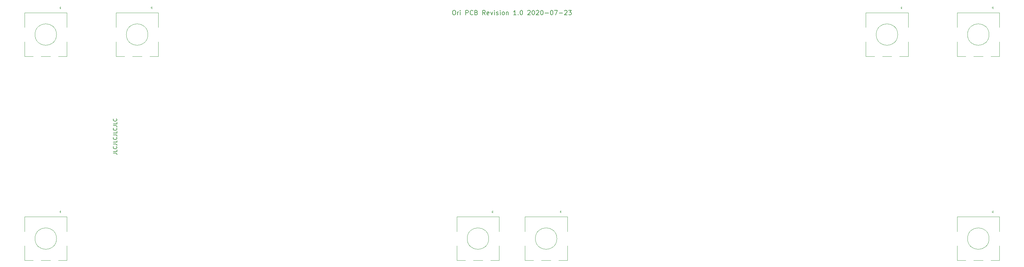
<source format=gto>
G04 #@! TF.GenerationSoftware,KiCad,Pcbnew,(5.1.4-0-10_14)*
G04 #@! TF.CreationDate,2020-08-02T22:32:40-05:00*
G04 #@! TF.ProjectId,Ori,4f72692e-6b69-4636-9164-5f7063625858,rev?*
G04 #@! TF.SameCoordinates,Original*
G04 #@! TF.FileFunction,Legend,Top*
G04 #@! TF.FilePolarity,Positive*
%FSLAX46Y46*%
G04 Gerber Fmt 4.6, Leading zero omitted, Abs format (unit mm)*
G04 Created by KiCad (PCBNEW (5.1.4-0-10_14)) date 2020-08-02 22:32:40*
%MOMM*%
%LPD*%
G04 APERTURE LIST*
%ADD10C,0.200000*%
%ADD11C,0.150000*%
%ADD12C,0.120000*%
%ADD13R,2.102000X2.102000*%
%ADD14C,2.102000*%
%ADD15R,2.102000X3.302000*%
%ADD16C,0.902000*%
%ADD17C,2.642000*%
%ADD18C,1.803800*%
%ADD19C,4.089800*%
%ADD20C,0.100000*%
%ADD21C,1.803400*%
%ADD22O,1.402000X2.002000*%
%ADD23C,0.752000*%
%ADD24O,1.402000X2.502000*%
%ADD25C,3.602000*%
G04 APERTURE END LIST*
D10*
X175270000Y-46435476D02*
X175508095Y-46435476D01*
X175627142Y-46495000D01*
X175746190Y-46614047D01*
X175805714Y-46852142D01*
X175805714Y-47268809D01*
X175746190Y-47506904D01*
X175627142Y-47625952D01*
X175508095Y-47685476D01*
X175270000Y-47685476D01*
X175150952Y-47625952D01*
X175031904Y-47506904D01*
X174972380Y-47268809D01*
X174972380Y-46852142D01*
X175031904Y-46614047D01*
X175150952Y-46495000D01*
X175270000Y-46435476D01*
X176341428Y-47685476D02*
X176341428Y-46852142D01*
X176341428Y-47090238D02*
X176400952Y-46971190D01*
X176460476Y-46911666D01*
X176579523Y-46852142D01*
X176698571Y-46852142D01*
X177115238Y-47685476D02*
X177115238Y-46852142D01*
X177115238Y-46435476D02*
X177055714Y-46495000D01*
X177115238Y-46554523D01*
X177174761Y-46495000D01*
X177115238Y-46435476D01*
X177115238Y-46554523D01*
X178662857Y-47685476D02*
X178662857Y-46435476D01*
X179139047Y-46435476D01*
X179258095Y-46495000D01*
X179317619Y-46554523D01*
X179377142Y-46673571D01*
X179377142Y-46852142D01*
X179317619Y-46971190D01*
X179258095Y-47030714D01*
X179139047Y-47090238D01*
X178662857Y-47090238D01*
X180627142Y-47566428D02*
X180567619Y-47625952D01*
X180389047Y-47685476D01*
X180270000Y-47685476D01*
X180091428Y-47625952D01*
X179972380Y-47506904D01*
X179912857Y-47387857D01*
X179853333Y-47149761D01*
X179853333Y-46971190D01*
X179912857Y-46733095D01*
X179972380Y-46614047D01*
X180091428Y-46495000D01*
X180270000Y-46435476D01*
X180389047Y-46435476D01*
X180567619Y-46495000D01*
X180627142Y-46554523D01*
X181579523Y-47030714D02*
X181758095Y-47090238D01*
X181817619Y-47149761D01*
X181877142Y-47268809D01*
X181877142Y-47447380D01*
X181817619Y-47566428D01*
X181758095Y-47625952D01*
X181639047Y-47685476D01*
X181162857Y-47685476D01*
X181162857Y-46435476D01*
X181579523Y-46435476D01*
X181698571Y-46495000D01*
X181758095Y-46554523D01*
X181817619Y-46673571D01*
X181817619Y-46792619D01*
X181758095Y-46911666D01*
X181698571Y-46971190D01*
X181579523Y-47030714D01*
X181162857Y-47030714D01*
X184079523Y-47685476D02*
X183662857Y-47090238D01*
X183365238Y-47685476D02*
X183365238Y-46435476D01*
X183841428Y-46435476D01*
X183960476Y-46495000D01*
X184020000Y-46554523D01*
X184079523Y-46673571D01*
X184079523Y-46852142D01*
X184020000Y-46971190D01*
X183960476Y-47030714D01*
X183841428Y-47090238D01*
X183365238Y-47090238D01*
X185091428Y-47625952D02*
X184972380Y-47685476D01*
X184734285Y-47685476D01*
X184615238Y-47625952D01*
X184555714Y-47506904D01*
X184555714Y-47030714D01*
X184615238Y-46911666D01*
X184734285Y-46852142D01*
X184972380Y-46852142D01*
X185091428Y-46911666D01*
X185150952Y-47030714D01*
X185150952Y-47149761D01*
X184555714Y-47268809D01*
X185567619Y-46852142D02*
X185865238Y-47685476D01*
X186162857Y-46852142D01*
X186639047Y-47685476D02*
X186639047Y-46852142D01*
X186639047Y-46435476D02*
X186579523Y-46495000D01*
X186639047Y-46554523D01*
X186698571Y-46495000D01*
X186639047Y-46435476D01*
X186639047Y-46554523D01*
X187174761Y-47625952D02*
X187293809Y-47685476D01*
X187531904Y-47685476D01*
X187650952Y-47625952D01*
X187710476Y-47506904D01*
X187710476Y-47447380D01*
X187650952Y-47328333D01*
X187531904Y-47268809D01*
X187353333Y-47268809D01*
X187234285Y-47209285D01*
X187174761Y-47090238D01*
X187174761Y-47030714D01*
X187234285Y-46911666D01*
X187353333Y-46852142D01*
X187531904Y-46852142D01*
X187650952Y-46911666D01*
X188246190Y-47685476D02*
X188246190Y-46852142D01*
X188246190Y-46435476D02*
X188186666Y-46495000D01*
X188246190Y-46554523D01*
X188305714Y-46495000D01*
X188246190Y-46435476D01*
X188246190Y-46554523D01*
X189019999Y-47685476D02*
X188900952Y-47625952D01*
X188841428Y-47566428D01*
X188781904Y-47447380D01*
X188781904Y-47090238D01*
X188841428Y-46971190D01*
X188900952Y-46911666D01*
X189019999Y-46852142D01*
X189198571Y-46852142D01*
X189317619Y-46911666D01*
X189377142Y-46971190D01*
X189436666Y-47090238D01*
X189436666Y-47447380D01*
X189377142Y-47566428D01*
X189317619Y-47625952D01*
X189198571Y-47685476D01*
X189019999Y-47685476D01*
X189972380Y-46852142D02*
X189972380Y-47685476D01*
X189972380Y-46971190D02*
X190031904Y-46911666D01*
X190150952Y-46852142D01*
X190329523Y-46852142D01*
X190448571Y-46911666D01*
X190508095Y-47030714D01*
X190508095Y-47685476D01*
X192710476Y-47685476D02*
X191996190Y-47685476D01*
X192353333Y-47685476D02*
X192353333Y-46435476D01*
X192234285Y-46614047D01*
X192115238Y-46733095D01*
X191996190Y-46792619D01*
X193246190Y-47566428D02*
X193305714Y-47625952D01*
X193246190Y-47685476D01*
X193186666Y-47625952D01*
X193246190Y-47566428D01*
X193246190Y-47685476D01*
X194079523Y-46435476D02*
X194198571Y-46435476D01*
X194317619Y-46495000D01*
X194377142Y-46554523D01*
X194436666Y-46673571D01*
X194496190Y-46911666D01*
X194496190Y-47209285D01*
X194436666Y-47447380D01*
X194377142Y-47566428D01*
X194317619Y-47625952D01*
X194198571Y-47685476D01*
X194079523Y-47685476D01*
X193960476Y-47625952D01*
X193900952Y-47566428D01*
X193841428Y-47447380D01*
X193781904Y-47209285D01*
X193781904Y-46911666D01*
X193841428Y-46673571D01*
X193900952Y-46554523D01*
X193960476Y-46495000D01*
X194079523Y-46435476D01*
X195924761Y-46554523D02*
X195984285Y-46495000D01*
X196103333Y-46435476D01*
X196400952Y-46435476D01*
X196519999Y-46495000D01*
X196579523Y-46554523D01*
X196639047Y-46673571D01*
X196639047Y-46792619D01*
X196579523Y-46971190D01*
X195865238Y-47685476D01*
X196639047Y-47685476D01*
X197412857Y-46435476D02*
X197531904Y-46435476D01*
X197650952Y-46495000D01*
X197710476Y-46554523D01*
X197769999Y-46673571D01*
X197829523Y-46911666D01*
X197829523Y-47209285D01*
X197769999Y-47447380D01*
X197710476Y-47566428D01*
X197650952Y-47625952D01*
X197531904Y-47685476D01*
X197412857Y-47685476D01*
X197293809Y-47625952D01*
X197234285Y-47566428D01*
X197174761Y-47447380D01*
X197115238Y-47209285D01*
X197115238Y-46911666D01*
X197174761Y-46673571D01*
X197234285Y-46554523D01*
X197293809Y-46495000D01*
X197412857Y-46435476D01*
X198305714Y-46554523D02*
X198365238Y-46495000D01*
X198484285Y-46435476D01*
X198781904Y-46435476D01*
X198900952Y-46495000D01*
X198960476Y-46554523D01*
X199019999Y-46673571D01*
X199019999Y-46792619D01*
X198960476Y-46971190D01*
X198246190Y-47685476D01*
X199019999Y-47685476D01*
X199793809Y-46435476D02*
X199912857Y-46435476D01*
X200031904Y-46495000D01*
X200091428Y-46554523D01*
X200150952Y-46673571D01*
X200210476Y-46911666D01*
X200210476Y-47209285D01*
X200150952Y-47447380D01*
X200091428Y-47566428D01*
X200031904Y-47625952D01*
X199912857Y-47685476D01*
X199793809Y-47685476D01*
X199674761Y-47625952D01*
X199615238Y-47566428D01*
X199555714Y-47447380D01*
X199496190Y-47209285D01*
X199496190Y-46911666D01*
X199555714Y-46673571D01*
X199615238Y-46554523D01*
X199674761Y-46495000D01*
X199793809Y-46435476D01*
X200746190Y-47209285D02*
X201698571Y-47209285D01*
X202531904Y-46435476D02*
X202650952Y-46435476D01*
X202769999Y-46495000D01*
X202829523Y-46554523D01*
X202889047Y-46673571D01*
X202948571Y-46911666D01*
X202948571Y-47209285D01*
X202889047Y-47447380D01*
X202829523Y-47566428D01*
X202769999Y-47625952D01*
X202650952Y-47685476D01*
X202531904Y-47685476D01*
X202412857Y-47625952D01*
X202353333Y-47566428D01*
X202293809Y-47447380D01*
X202234285Y-47209285D01*
X202234285Y-46911666D01*
X202293809Y-46673571D01*
X202353333Y-46554523D01*
X202412857Y-46495000D01*
X202531904Y-46435476D01*
X203365238Y-46435476D02*
X204198571Y-46435476D01*
X203662857Y-47685476D01*
X204674761Y-47209285D02*
X205627142Y-47209285D01*
X206162857Y-46554523D02*
X206222380Y-46495000D01*
X206341428Y-46435476D01*
X206639047Y-46435476D01*
X206758095Y-46495000D01*
X206817619Y-46554523D01*
X206877142Y-46673571D01*
X206877142Y-46792619D01*
X206817619Y-46971190D01*
X206103333Y-47685476D01*
X206877142Y-47685476D01*
X207293809Y-46435476D02*
X208067619Y-46435476D01*
X207650952Y-46911666D01*
X207829523Y-46911666D01*
X207948571Y-46971190D01*
X208008095Y-47030714D01*
X208067619Y-47149761D01*
X208067619Y-47447380D01*
X208008095Y-47566428D01*
X207948571Y-47625952D01*
X207829523Y-47685476D01*
X207472380Y-47685476D01*
X207353333Y-47625952D01*
X207293809Y-47566428D01*
D11*
X80392380Y-86319047D02*
X81106666Y-86319047D01*
X81249523Y-86366666D01*
X81344761Y-86461904D01*
X81392380Y-86604761D01*
X81392380Y-86700000D01*
X81392380Y-85366666D02*
X81392380Y-85842857D01*
X80392380Y-85842857D01*
X81297142Y-84461904D02*
X81344761Y-84509523D01*
X81392380Y-84652380D01*
X81392380Y-84747619D01*
X81344761Y-84890476D01*
X81249523Y-84985714D01*
X81154285Y-85033333D01*
X80963809Y-85080952D01*
X80820952Y-85080952D01*
X80630476Y-85033333D01*
X80535238Y-84985714D01*
X80440000Y-84890476D01*
X80392380Y-84747619D01*
X80392380Y-84652380D01*
X80440000Y-84509523D01*
X80487619Y-84461904D01*
X80392380Y-83747619D02*
X81106666Y-83747619D01*
X81249523Y-83795238D01*
X81344761Y-83890476D01*
X81392380Y-84033333D01*
X81392380Y-84128571D01*
X81392380Y-82795238D02*
X81392380Y-83271428D01*
X80392380Y-83271428D01*
X81297142Y-81890476D02*
X81344761Y-81938095D01*
X81392380Y-82080952D01*
X81392380Y-82176190D01*
X81344761Y-82319047D01*
X81249523Y-82414285D01*
X81154285Y-82461904D01*
X80963809Y-82509523D01*
X80820952Y-82509523D01*
X80630476Y-82461904D01*
X80535238Y-82414285D01*
X80440000Y-82319047D01*
X80392380Y-82176190D01*
X80392380Y-82080952D01*
X80440000Y-81938095D01*
X80487619Y-81890476D01*
X80392380Y-81176190D02*
X81106666Y-81176190D01*
X81249523Y-81223809D01*
X81344761Y-81319047D01*
X81392380Y-81461904D01*
X81392380Y-81557142D01*
X81392380Y-80223809D02*
X81392380Y-80700000D01*
X80392380Y-80700000D01*
X81297142Y-79319047D02*
X81344761Y-79366666D01*
X81392380Y-79509523D01*
X81392380Y-79604761D01*
X81344761Y-79747619D01*
X81249523Y-79842857D01*
X81154285Y-79890476D01*
X80963809Y-79938095D01*
X80820952Y-79938095D01*
X80630476Y-79890476D01*
X80535238Y-79842857D01*
X80440000Y-79747619D01*
X80392380Y-79604761D01*
X80392380Y-79509523D01*
X80440000Y-79366666D01*
X80487619Y-79319047D01*
X80392380Y-78604761D02*
X81106666Y-78604761D01*
X81249523Y-78652380D01*
X81344761Y-78747619D01*
X81392380Y-78890476D01*
X81392380Y-78985714D01*
X81392380Y-77652380D02*
X81392380Y-78128571D01*
X80392380Y-78128571D01*
X81297142Y-76747619D02*
X81344761Y-76795238D01*
X81392380Y-76938095D01*
X81392380Y-77033333D01*
X81344761Y-77176190D01*
X81249523Y-77271428D01*
X81154285Y-77319047D01*
X80963809Y-77366666D01*
X80820952Y-77366666D01*
X80630476Y-77319047D01*
X80535238Y-77271428D01*
X80440000Y-77176190D01*
X80392380Y-77033333D01*
X80392380Y-76938095D01*
X80440000Y-76795238D01*
X80487619Y-76747619D01*
D12*
X324505136Y-53187162D02*
G75*
G03X324505136Y-53187162I-3000000J0D01*
G01*
X327405136Y-55187162D02*
X327405136Y-59287162D01*
X315605136Y-59287162D02*
X315605136Y-55187162D01*
X315605136Y-51187162D02*
X315605136Y-47087162D01*
X327405136Y-51187162D02*
X327405136Y-47087162D01*
X327405136Y-47087162D02*
X315605136Y-47087162D01*
X325305136Y-45687162D02*
X325605136Y-45387162D01*
X325605136Y-45387162D02*
X325605136Y-45987162D01*
X325605136Y-45987162D02*
X325305136Y-45687162D01*
X327405136Y-59287162D02*
X325005136Y-59287162D01*
X322805136Y-59287162D02*
X320205136Y-59287162D01*
X318005136Y-59287162D02*
X315605136Y-59287162D01*
X204044719Y-110187012D02*
G75*
G03X204044719Y-110187012I-3000000J0D01*
G01*
X206944719Y-112187012D02*
X206944719Y-116287012D01*
X195144719Y-116287012D02*
X195144719Y-112187012D01*
X195144719Y-108187012D02*
X195144719Y-104087012D01*
X206944719Y-108187012D02*
X206944719Y-104087012D01*
X206944719Y-104087012D02*
X195144719Y-104087012D01*
X204844719Y-102687012D02*
X205144719Y-102387012D01*
X205144719Y-102387012D02*
X205144719Y-102987012D01*
X205144719Y-102987012D02*
X204844719Y-102687012D01*
X206944719Y-116287012D02*
X204544719Y-116287012D01*
X202344719Y-116287012D02*
X199744719Y-116287012D01*
X197544719Y-116287012D02*
X195144719Y-116287012D01*
X185044769Y-110187012D02*
G75*
G03X185044769Y-110187012I-3000000J0D01*
G01*
X187944769Y-112187012D02*
X187944769Y-116287012D01*
X176144769Y-116287012D02*
X176144769Y-112187012D01*
X176144769Y-108187012D02*
X176144769Y-104087012D01*
X187944769Y-108187012D02*
X187944769Y-104087012D01*
X187944769Y-104087012D02*
X176144769Y-104087012D01*
X185844769Y-102687012D02*
X186144769Y-102387012D01*
X186144769Y-102387012D02*
X186144769Y-102987012D01*
X186144769Y-102987012D02*
X185844769Y-102687012D01*
X187944769Y-116287012D02*
X185544769Y-116287012D01*
X183344769Y-116287012D02*
X180744769Y-116287012D01*
X178544769Y-116287012D02*
X176144769Y-116287012D01*
X299044469Y-53187162D02*
G75*
G03X299044469Y-53187162I-3000000J0D01*
G01*
X301944469Y-55187162D02*
X301944469Y-59287162D01*
X290144469Y-59287162D02*
X290144469Y-55187162D01*
X290144469Y-51187162D02*
X290144469Y-47087162D01*
X301944469Y-51187162D02*
X301944469Y-47087162D01*
X301944469Y-47087162D02*
X290144469Y-47087162D01*
X299844469Y-45687162D02*
X300144469Y-45387162D01*
X300144469Y-45387162D02*
X300144469Y-45987162D01*
X300144469Y-45987162D02*
X299844469Y-45687162D01*
X301944469Y-59287162D02*
X299544469Y-59287162D01*
X297344469Y-59287162D02*
X294744469Y-59287162D01*
X292544469Y-59287162D02*
X290144469Y-59287162D01*
X324505136Y-110187012D02*
G75*
G03X324505136Y-110187012I-3000000J0D01*
G01*
X327405136Y-112187012D02*
X327405136Y-116287012D01*
X315605136Y-116287012D02*
X315605136Y-112187012D01*
X315605136Y-108187012D02*
X315605136Y-104087012D01*
X327405136Y-108187012D02*
X327405136Y-104087012D01*
X327405136Y-104087012D02*
X315605136Y-104087012D01*
X325305136Y-102687012D02*
X325605136Y-102387012D01*
X325605136Y-102387012D02*
X325605136Y-102987012D01*
X325605136Y-102987012D02*
X325305136Y-102687012D01*
X327405136Y-116287012D02*
X325005136Y-116287012D01*
X322805136Y-116287012D02*
X320205136Y-116287012D01*
X318005136Y-116287012D02*
X315605136Y-116287012D01*
X64585086Y-110187012D02*
G75*
G03X64585086Y-110187012I-3000000J0D01*
G01*
X67485086Y-112187012D02*
X67485086Y-116287012D01*
X55685086Y-116287012D02*
X55685086Y-112187012D01*
X55685086Y-108187012D02*
X55685086Y-104087012D01*
X67485086Y-108187012D02*
X67485086Y-104087012D01*
X67485086Y-104087012D02*
X55685086Y-104087012D01*
X65385086Y-102687012D02*
X65685086Y-102387012D01*
X65685086Y-102387012D02*
X65685086Y-102987012D01*
X65685086Y-102987012D02*
X65385086Y-102687012D01*
X67485086Y-116287012D02*
X65085086Y-116287012D01*
X62885086Y-116287012D02*
X60285086Y-116287012D01*
X58085086Y-116287012D02*
X55685086Y-116287012D01*
X90045399Y-53187302D02*
G75*
G03X90045399Y-53187302I-3000000J0D01*
G01*
X92945399Y-55187302D02*
X92945399Y-59287302D01*
X81145399Y-59287302D02*
X81145399Y-55187302D01*
X81145399Y-51187302D02*
X81145399Y-47087302D01*
X92945399Y-51187302D02*
X92945399Y-47087302D01*
X92945399Y-47087302D02*
X81145399Y-47087302D01*
X90845399Y-45687302D02*
X91145399Y-45387302D01*
X91145399Y-45387302D02*
X91145399Y-45987302D01*
X91145399Y-45987302D02*
X90845399Y-45687302D01*
X92945399Y-59287302D02*
X90545399Y-59287302D01*
X88345399Y-59287302D02*
X85745399Y-59287302D01*
X83545399Y-59287302D02*
X81145399Y-59287302D01*
X64585086Y-53187162D02*
G75*
G03X64585086Y-53187162I-3000000J0D01*
G01*
X67485086Y-55187162D02*
X67485086Y-59287162D01*
X55685086Y-59287162D02*
X55685086Y-55187162D01*
X55685086Y-51187162D02*
X55685086Y-47087162D01*
X67485086Y-51187162D02*
X67485086Y-47087162D01*
X67485086Y-47087162D02*
X55685086Y-47087162D01*
X65385086Y-45687162D02*
X65685086Y-45387162D01*
X65685086Y-45387162D02*
X65685086Y-45987162D01*
X65685086Y-45987162D02*
X65385086Y-45687162D01*
X67485086Y-59287162D02*
X65085086Y-59287162D01*
X62885086Y-59287162D02*
X60285086Y-59287162D01*
X58085086Y-59287162D02*
X55685086Y-59287162D01*
%LPC*%
D13*
X324005136Y-45687162D03*
D14*
X321505136Y-45687162D03*
X319005136Y-45687162D03*
D15*
X327105136Y-53187162D03*
X315905136Y-53187162D03*
D14*
X324005136Y-60187162D03*
X319005136Y-60187162D03*
D13*
X203544719Y-102687012D03*
D14*
X201044719Y-102687012D03*
X198544719Y-102687012D03*
D15*
X206644719Y-110187012D03*
X195444719Y-110187012D03*
D14*
X203544719Y-117187012D03*
X198544719Y-117187012D03*
D13*
X184544769Y-102687012D03*
D14*
X182044769Y-102687012D03*
X179544769Y-102687012D03*
D15*
X187644769Y-110187012D03*
X176444769Y-110187012D03*
D14*
X184544769Y-117187012D03*
X179544769Y-117187012D03*
D13*
X298544469Y-45687162D03*
D14*
X296044469Y-45687162D03*
X293544469Y-45687162D03*
D15*
X301644469Y-53187162D03*
X290444469Y-53187162D03*
D14*
X298544469Y-60187162D03*
X293544469Y-60187162D03*
D13*
X324005136Y-102687012D03*
D14*
X321505136Y-102687012D03*
X319005136Y-102687012D03*
D15*
X327105136Y-110187012D03*
X315905136Y-110187012D03*
D14*
X324005136Y-117187012D03*
X319005136Y-117187012D03*
D13*
X64085086Y-102687012D03*
D14*
X61585086Y-102687012D03*
X59085086Y-102687012D03*
D15*
X67185086Y-110187012D03*
X55985086Y-110187012D03*
D14*
X64085086Y-117187012D03*
X59085086Y-117187012D03*
D13*
X89545399Y-45687302D03*
D14*
X87045399Y-45687302D03*
X84545399Y-45687302D03*
D15*
X92645399Y-53187302D03*
X81445399Y-53187302D03*
D14*
X89545399Y-60187302D03*
X84545399Y-60187302D03*
D13*
X64085086Y-45687162D03*
D14*
X61585086Y-45687162D03*
X59085086Y-45687162D03*
D15*
X67185086Y-53187162D03*
X55985086Y-53187162D03*
D14*
X64085086Y-60187162D03*
X59085086Y-60187162D03*
D16*
X304380000Y-65748000D03*
X304380000Y-64224000D03*
X304380000Y-59652000D03*
X304380000Y-61176000D03*
X304380000Y-62700000D03*
X304380000Y-100700000D03*
X304380000Y-99176000D03*
X304380000Y-97652000D03*
X304380000Y-102224000D03*
X304380000Y-103748000D03*
X78660000Y-103748000D03*
X78660000Y-102224000D03*
X78660000Y-97652000D03*
X78660000Y-99176000D03*
X78660000Y-100700000D03*
X78660000Y-65748000D03*
X78660000Y-64224000D03*
X78660000Y-59652000D03*
X78660000Y-61176000D03*
X78660000Y-62700000D03*
D17*
X65369686Y-74739812D03*
X59019686Y-77279812D03*
D18*
X56479686Y-72199812D03*
X66639686Y-72199812D03*
D19*
X61559686Y-72199812D03*
D20*
G36*
X192041441Y-55200471D02*
G01*
X192085206Y-55206963D01*
X192128125Y-55217713D01*
X192169783Y-55232619D01*
X192209779Y-55251536D01*
X192247729Y-55274282D01*
X192283266Y-55300638D01*
X192316049Y-55330351D01*
X192345762Y-55363134D01*
X192372118Y-55398671D01*
X192394864Y-55436621D01*
X192413781Y-55476617D01*
X192428687Y-55518275D01*
X192439437Y-55561194D01*
X192445929Y-55604959D01*
X192448100Y-55649150D01*
X192448100Y-56550850D01*
X192445929Y-56595041D01*
X192439437Y-56638806D01*
X192428687Y-56681725D01*
X192413781Y-56723383D01*
X192394864Y-56763379D01*
X192372118Y-56801329D01*
X192345762Y-56836866D01*
X192316049Y-56869649D01*
X192283266Y-56899362D01*
X192247729Y-56925718D01*
X192209779Y-56948464D01*
X192169783Y-56967381D01*
X192128125Y-56982287D01*
X192085206Y-56993037D01*
X192041441Y-56999529D01*
X191997250Y-57001700D01*
X191095550Y-57001700D01*
X191051359Y-56999529D01*
X191007594Y-56993037D01*
X190964675Y-56982287D01*
X190923017Y-56967381D01*
X190883021Y-56948464D01*
X190845071Y-56925718D01*
X190809534Y-56899362D01*
X190776751Y-56869649D01*
X190747038Y-56836866D01*
X190720682Y-56801329D01*
X190697936Y-56763379D01*
X190679019Y-56723383D01*
X190664113Y-56681725D01*
X190653363Y-56638806D01*
X190646871Y-56595041D01*
X190644700Y-56550850D01*
X190644700Y-55649150D01*
X190646871Y-55604959D01*
X190653363Y-55561194D01*
X190664113Y-55518275D01*
X190679019Y-55476617D01*
X190697936Y-55436621D01*
X190720682Y-55398671D01*
X190747038Y-55363134D01*
X190776751Y-55330351D01*
X190809534Y-55300638D01*
X190845071Y-55274282D01*
X190883021Y-55251536D01*
X190923017Y-55232619D01*
X190964675Y-55217713D01*
X191007594Y-55206963D01*
X191051359Y-55200471D01*
X191095550Y-55198300D01*
X191997250Y-55198300D01*
X192041441Y-55200471D01*
X192041441Y-55200471D01*
G37*
D21*
X191546400Y-56100000D03*
X191140000Y-58640000D03*
X191546400Y-61180000D03*
X191140000Y-63720000D03*
X191546400Y-66260000D03*
X191140000Y-68800000D03*
D17*
X65369686Y-112739712D03*
X59019686Y-115279712D03*
D18*
X56479686Y-110199712D03*
X66639686Y-110199712D03*
D19*
X61559686Y-110199712D03*
D22*
X111219999Y-44208627D03*
D23*
X112629999Y-47857627D03*
X118409999Y-47857627D03*
D22*
X119819999Y-44208627D03*
D24*
X119819999Y-48408627D03*
X111219999Y-48408627D03*
D17*
X325289736Y-55739862D03*
X318939736Y-58279862D03*
D18*
X316399736Y-53199862D03*
X326559736Y-53199862D03*
D19*
X321479736Y-53199862D03*
D17*
X65369686Y-55739862D03*
X59019686Y-58279862D03*
D18*
X56479686Y-53199862D03*
X66639686Y-53199862D03*
D19*
X61559686Y-53199862D03*
D17*
X325289736Y-74739812D03*
X318939736Y-77279812D03*
D18*
X316399736Y-72199812D03*
X326559736Y-72199812D03*
D19*
X321479736Y-72199812D03*
D17*
X325289736Y-93739762D03*
X318939736Y-96279762D03*
D18*
X316399736Y-91199762D03*
X326559736Y-91199762D03*
D19*
X321479736Y-91199762D03*
D17*
X65369686Y-93739762D03*
X59019686Y-96279762D03*
D18*
X56479686Y-91199762D03*
X66639686Y-91199762D03*
D19*
X61559686Y-91199762D03*
D17*
X325289736Y-112739712D03*
X318939736Y-115279712D03*
D18*
X316399736Y-110199712D03*
X326559736Y-110199712D03*
D19*
X321479736Y-110199712D03*
D17*
X90829999Y-55740002D03*
X84479999Y-58280002D03*
D18*
X81939999Y-53200002D03*
X92099999Y-53200002D03*
D19*
X87019999Y-53200002D03*
D17*
X109829999Y-55740002D03*
X103479999Y-58280002D03*
D18*
X100939999Y-53200002D03*
X111099999Y-53200002D03*
D19*
X106019999Y-53200002D03*
D17*
X128829999Y-55740002D03*
X122479999Y-58280002D03*
D18*
X119939999Y-53200002D03*
X130099999Y-53200002D03*
D19*
X125019999Y-53200002D03*
X144019999Y-53200002D03*
D18*
X149099999Y-53200002D03*
X138939999Y-53200002D03*
D17*
X141479999Y-58280002D03*
X147829999Y-55740002D03*
X166829419Y-55739862D03*
X160479419Y-58279862D03*
D18*
X157939419Y-53199862D03*
X168099419Y-53199862D03*
D19*
X163019419Y-53199862D03*
D17*
X185829369Y-55739862D03*
X179479369Y-58279862D03*
D18*
X176939369Y-53199862D03*
X187099369Y-53199862D03*
D19*
X182019369Y-53199862D03*
D17*
X204829319Y-55740002D03*
X198479319Y-58280002D03*
D18*
X195939319Y-53200002D03*
X206099319Y-53200002D03*
D19*
X201019319Y-53200002D03*
D17*
X223829999Y-55740002D03*
X217479999Y-58280002D03*
D18*
X214939999Y-53200002D03*
X225099999Y-53200002D03*
D19*
X220019999Y-53200002D03*
D17*
X242829999Y-55740002D03*
X236479999Y-58280002D03*
D18*
X233939999Y-53200002D03*
X244099999Y-53200002D03*
D19*
X239019999Y-53200002D03*
D17*
X261829169Y-55739862D03*
X255479169Y-58279862D03*
D18*
X252939169Y-53199862D03*
X263099169Y-53199862D03*
D19*
X258019169Y-53199862D03*
D17*
X280829119Y-55739862D03*
X274479119Y-58279862D03*
D18*
X271939119Y-53199862D03*
X282099119Y-53199862D03*
D19*
X277019119Y-53199862D03*
D17*
X299829069Y-55739862D03*
X293479069Y-58279862D03*
D18*
X290939069Y-53199862D03*
X301099069Y-53199862D03*
D19*
X296019069Y-53199862D03*
D17*
X90829999Y-74740002D03*
X84479999Y-77280002D03*
D18*
X81939999Y-72200002D03*
X92099999Y-72200002D03*
D19*
X87019999Y-72200002D03*
D17*
X109829999Y-74740002D03*
X103479999Y-77280002D03*
D18*
X100939999Y-72200002D03*
X111099999Y-72200002D03*
D19*
X106019999Y-72200002D03*
D17*
X128829999Y-74740002D03*
X122479999Y-77280002D03*
D18*
X119939999Y-72200002D03*
X130099999Y-72200002D03*
D19*
X125019999Y-72200002D03*
D17*
X147829999Y-74740002D03*
X141479999Y-77280002D03*
D18*
X138939999Y-72200002D03*
X149099999Y-72200002D03*
D19*
X144019999Y-72200002D03*
D17*
X166829999Y-74740002D03*
X160479999Y-77280002D03*
D18*
X157939999Y-72200002D03*
X168099999Y-72200002D03*
D19*
X163019999Y-72200002D03*
D17*
X185829999Y-74740002D03*
X179479999Y-77280002D03*
D18*
X176939999Y-72200002D03*
X187099999Y-72200002D03*
D19*
X182019999Y-72200002D03*
D17*
X204829319Y-74740002D03*
X198479319Y-77280002D03*
D18*
X195939319Y-72200002D03*
X206099319Y-72200002D03*
D19*
X201019319Y-72200002D03*
D17*
X223804600Y-74752700D03*
X217454600Y-77292700D03*
D18*
X214914600Y-72212700D03*
X225074600Y-72212700D03*
D19*
X219994600Y-72212700D03*
D17*
X242829999Y-74740002D03*
X236479999Y-77280002D03*
D18*
X233939999Y-72200002D03*
X244099999Y-72200002D03*
D19*
X239019999Y-72200002D03*
D17*
X261829169Y-74739812D03*
X255479169Y-77279812D03*
D18*
X252939169Y-72199812D03*
X263099169Y-72199812D03*
D19*
X258019169Y-72199812D03*
D17*
X280829119Y-74739812D03*
X274479119Y-77279812D03*
D18*
X271939119Y-72199812D03*
X282099119Y-72199812D03*
D19*
X277019119Y-72199812D03*
D17*
X299829069Y-74739812D03*
X293479069Y-77279812D03*
D18*
X290939069Y-72199812D03*
X301099069Y-72199812D03*
D19*
X296019069Y-72199812D03*
D17*
X90829999Y-93740002D03*
X84479999Y-96280002D03*
D18*
X81939999Y-91200002D03*
X92099999Y-91200002D03*
D19*
X87019999Y-91200002D03*
D17*
X109829999Y-93740002D03*
X103479999Y-96280002D03*
D18*
X100939999Y-91200002D03*
X111099999Y-91200002D03*
D19*
X106019999Y-91200002D03*
D17*
X128829999Y-93740002D03*
X122479999Y-96280002D03*
D18*
X119939999Y-91200002D03*
X130099999Y-91200002D03*
D19*
X125019999Y-91200002D03*
D17*
X147829469Y-93739762D03*
X141479469Y-96279762D03*
D18*
X138939469Y-91199762D03*
X149099469Y-91199762D03*
D19*
X144019469Y-91199762D03*
D17*
X166829419Y-93739762D03*
X160479419Y-96279762D03*
D18*
X157939419Y-91199762D03*
X168099419Y-91199762D03*
D19*
X163019419Y-91199762D03*
D17*
X185829369Y-93739762D03*
X179479369Y-96279762D03*
D18*
X176939369Y-91199762D03*
X187099369Y-91199762D03*
D19*
X182019369Y-91199762D03*
D17*
X223829269Y-93740002D03*
X217479269Y-96280002D03*
D18*
X214939269Y-91200002D03*
X225099269Y-91200002D03*
D19*
X220019269Y-91200002D03*
D17*
X242829219Y-93739762D03*
X236479219Y-96279762D03*
D18*
X233939219Y-91199762D03*
X244099219Y-91199762D03*
D19*
X239019219Y-91199762D03*
D17*
X261829169Y-93739762D03*
X255479169Y-96279762D03*
D18*
X252939169Y-91199762D03*
X263099169Y-91199762D03*
D19*
X258019169Y-91199762D03*
D17*
X280829119Y-93739762D03*
X274479119Y-96279762D03*
D18*
X271939119Y-91199762D03*
X282099119Y-91199762D03*
D19*
X277019119Y-91199762D03*
D17*
X90829619Y-112740002D03*
X84479619Y-115280002D03*
D18*
X81939619Y-110200002D03*
X92099619Y-110200002D03*
D19*
X87019619Y-110200002D03*
D17*
X109829999Y-112740002D03*
X103479999Y-115280002D03*
D18*
X100939999Y-110200002D03*
X111099999Y-110200002D03*
D19*
X106019999Y-110200002D03*
D17*
X128829999Y-112740002D03*
X122479999Y-115280002D03*
D18*
X119939999Y-110200002D03*
X130099999Y-110200002D03*
D19*
X125019999Y-110200002D03*
D17*
X147829469Y-112739712D03*
X141479469Y-115279712D03*
D18*
X138939469Y-110199712D03*
X149099469Y-110199712D03*
D19*
X144019469Y-110199712D03*
D17*
X166829999Y-112740002D03*
X160479999Y-115280002D03*
D18*
X157939999Y-110200002D03*
X168099999Y-110200002D03*
D19*
X163019999Y-110200002D03*
D17*
X185829369Y-112739712D03*
X179479369Y-115279712D03*
D18*
X176939369Y-110199712D03*
X187099369Y-110199712D03*
D19*
X182019369Y-110199712D03*
D17*
X223829269Y-112739712D03*
X217479269Y-115279712D03*
D18*
X214939269Y-110199712D03*
X225099269Y-110199712D03*
D19*
X220019269Y-110199712D03*
D17*
X242829219Y-112739712D03*
X236479219Y-115279712D03*
D18*
X233939219Y-110199712D03*
X244099219Y-110199712D03*
D19*
X239019219Y-110199712D03*
D17*
X261829169Y-112739712D03*
X255479169Y-115279712D03*
D18*
X252939169Y-110199712D03*
X263099169Y-110199712D03*
D19*
X258019169Y-110199712D03*
D17*
X280829119Y-112739712D03*
X274479119Y-115279712D03*
D18*
X271939119Y-110199712D03*
X282099119Y-110199712D03*
D19*
X277019119Y-110199712D03*
D17*
X204829319Y-93739762D03*
X198479319Y-96279762D03*
D18*
X195939319Y-91199762D03*
X206099319Y-91199762D03*
D19*
X201019319Y-91199762D03*
D17*
X204829319Y-112739712D03*
X198479319Y-115279712D03*
D18*
X195939319Y-110199712D03*
X206099319Y-110199712D03*
D19*
X201019319Y-110199712D03*
D17*
X299829069Y-93739762D03*
X293479069Y-96279762D03*
D18*
X290939069Y-91199762D03*
X301099069Y-91199762D03*
D19*
X296019069Y-91199762D03*
D17*
X299829999Y-112740002D03*
X293479999Y-115280002D03*
D18*
X290939999Y-110200002D03*
X301099999Y-110200002D03*
D19*
X296019999Y-110200002D03*
D25*
X96519999Y-81700000D03*
X134520000Y-62700000D03*
X134520000Y-100700000D03*
X248520000Y-62700000D03*
X248520000Y-100700000D03*
X286520000Y-81700000D03*
X311980000Y-62700000D03*
X71059661Y-62699837D03*
X311980000Y-100700000D03*
X71059661Y-100699737D03*
X96520000Y-62700000D03*
X96520000Y-100700000D03*
X229520000Y-100700000D03*
X153520000Y-100700000D03*
X153520000Y-62700000D03*
X229520000Y-62700000D03*
X286520000Y-100700000D03*
X286520000Y-62700000D03*
M02*

</source>
